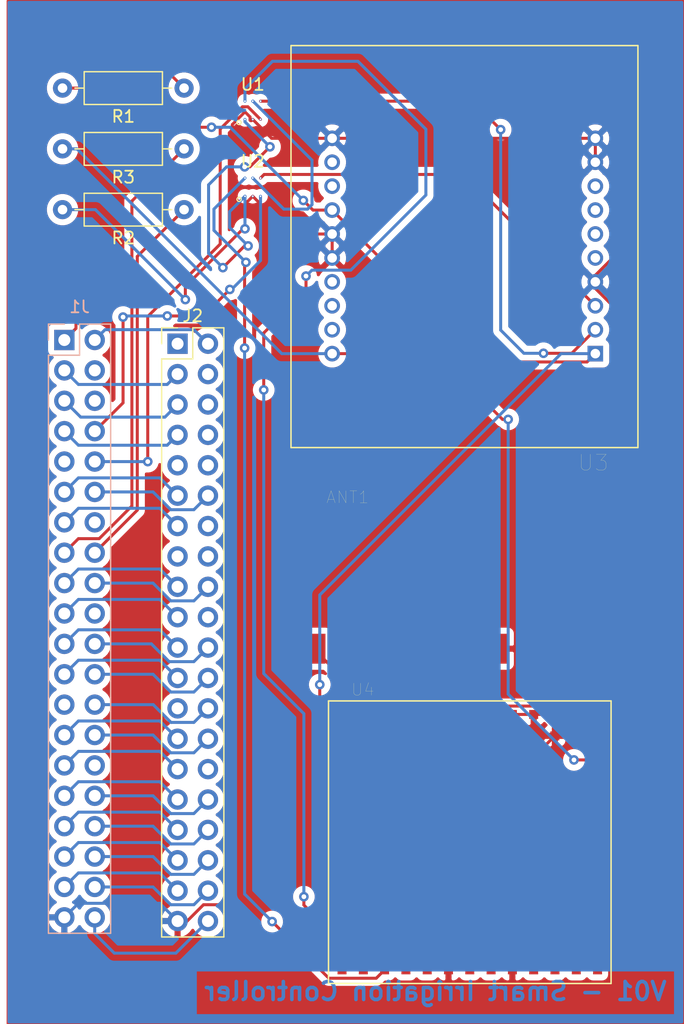
<source format=kicad_pcb>
(kicad_pcb (version 20171130) (host pcbnew "(5.1.6)-1")
  (title_block (title "Smart Irrigatrion Controller - Module Pad") (date 2020-07-29) (rev v01) (comment 4 "Author : Hadi Sandid"))
  (layers (0 F.Cu signal) (31 B.Cu signal) (34 B.Paste user) (35 F.Paste user) (36 B.SilkS user) (37 F.SilkS user) (38 B.Mask user) (39 F.Mask user) (44 Edge.Cuts user))
  (net 0 "")
  (net 1 GND)
  (net 2 "Net-(ANT1-PadMICROSTRIP)")
  (net 3 "Net-(J1-Pad1)")
  (net 4 "Net-(J1-Pad8)")
  (net 5 "Net-(J1-Pad10)")
  (net 6 "Net-(J1-Pad15)")
  (net 7 "Net-(J1-Pad16)")
  (net 8 "Net-(R1-Pad2)")
  (net 9 "Net-(R2-Pad2)")
  (net 10 "Net-(R3-Pad2)")
  (net 11 "Net-(U1-Pad4)")
  (net 12 VCC)
  (net 13 "Net-(U1-Pad6)")
  (net 14 "Net-(U2-Pad6)")
  (net 15 "Net-(U2-Pad4)")
  (net 16 /GPIO_0)
  (net 17 /GPIO_1)
  (net 18 /GPIO_2)
  (net 19 /GPIO_3)
  (net 20 /GPIO_4)
  (net 21 /GPIO_5)
  (net 22 /GPIO_6)
  (net 23 /GPIO_7)
  (net 24 /GPIO_8)
  (net 25 /GPIO_9)
  (net 26 /GPIO_10)
  (net 27 /GPIO_11)
  (net 28 /GPIO_12)
  (net 29 /GPIO_13)
  (net 30 /GPIO_16)
  (net 31 /GPIO_17)
  (net 32 /GPIO_18)
  (net 33 /GPIO_19)
  (net 34 /GPIO_20)
  (net 35 /GPIO_21)
  (net 36 /GPIO_24)
  (net 37 /GPIO_25)
  (net 38 /GPIO_26)
  (net 39 /GPIO_27)
  (net 40 /3v3)
  (net 41 /5V)
  (net 42 /GND_1)
  (module Connector_PinSocket_2.54mm:PinSocket_2x20_P2.54mm_Vertical (layer B.Cu) (at 106.3498 62.1792 180)
    (fp_text reference J1 (at -1.27 2.77) (layer B.SilkS) (effects (justify mirror)))
    (fp_text value Raspberry_Pi_2_3)
    (pad 40 thru_hole oval (at -2.54 -48.26 180) (size 1.7 1.7) (drill 1) (layers *.Cu *.Mask) (net 35 /GPIO_21))
    (pad 39 thru_hole oval (at 0 -48.26 180) (size 1.7 1.7) (drill 1) (layers *.Cu *.Mask) (net 1 GND))
    (pad 38 thru_hole oval (at -2.54 -45.72 180) (size 1.7 1.7) (drill 1) (layers *.Cu *.Mask) (net 34 /GPIO_20))
    (pad 37 thru_hole oval (at 0 -45.72 180) (size 1.7 1.7) (drill 1) (layers *.Cu *.Mask) (net 38 /GPIO_26))
    (pad 36 thru_hole oval (at -2.54 -43.18 180) (size 1.7 1.7) (drill 1) (layers *.Cu *.Mask) (net 30 /GPIO_16))
    (pad 35 thru_hole oval (at 0 -43.18 180) (size 1.7 1.7) (drill 1) (layers *.Cu *.Mask) (net 33 /GPIO_19))
    (pad 34 thru_hole oval (at -2.54 -40.64 180) (size 1.7 1.7) (drill 1) (layers *.Cu *.Mask) (net 42 /GND_1))
    (pad 33 thru_hole oval (at 0 -40.64 180) (size 1.7 1.7) (drill 1) (layers *.Cu *.Mask) (net 29 /GPIO_13))
    (pad 32 thru_hole oval (at -2.54 -38.1 180) (size 1.7 1.7) (drill 1) (layers *.Cu *.Mask) (net 28 /GPIO_12))
    (pad 31 thru_hole oval (at 0 -38.1 180) (size 1.7 1.7) (drill 1) (layers *.Cu *.Mask) (net 22 /GPIO_6))
    (pad 30 thru_hole oval (at -2.54 -35.56 180) (size 1.7 1.7) (drill 1) (layers *.Cu *.Mask))
    (pad 29 thru_hole oval (at 0 -35.56 180) (size 1.7 1.7) (drill 1) (layers *.Cu *.Mask) (net 21 /GPIO_5))
    (pad 28 thru_hole oval (at -2.54 -33.02 180) (size 1.7 1.7) (drill 1) (layers *.Cu *.Mask) (net 17 /GPIO_1))
    (pad 27 thru_hole oval (at 0 -33.02 180) (size 1.7 1.7) (drill 1) (layers *.Cu *.Mask) (net 16 /GPIO_0))
    (pad 26 thru_hole oval (at -2.54 -30.48 180) (size 1.7 1.7) (drill 1) (layers *.Cu *.Mask) (net 23 /GPIO_7))
    (pad 25 thru_hole oval (at 0 -30.48 180) (size 1.7 1.7) (drill 1) (layers *.Cu *.Mask))
    (pad 24 thru_hole oval (at -2.54 -27.94 180) (size 1.7 1.7) (drill 1) (layers *.Cu *.Mask) (net 24 /GPIO_8))
    (pad 23 thru_hole oval (at 0 -27.94 180) (size 1.7 1.7) (drill 1) (layers *.Cu *.Mask) (net 27 /GPIO_11))
    (pad 22 thru_hole oval (at -2.54 -25.4 180) (size 1.7 1.7) (drill 1) (layers *.Cu *.Mask) (net 37 /GPIO_25))
    (pad 21 thru_hole oval (at 0 -25.4 180) (size 1.7 1.7) (drill 1) (layers *.Cu *.Mask) (net 25 /GPIO_9))
    (pad 20 thru_hole oval (at -2.54 -22.86 180) (size 1.7 1.7) (drill 1) (layers *.Cu *.Mask))
    (pad 19 thru_hole oval (at 0 -22.86 180) (size 1.7 1.7) (drill 1) (layers *.Cu *.Mask) (net 26 /GPIO_10))
    (pad 18 thru_hole oval (at -2.54 -20.32 180) (size 1.7 1.7) (drill 1) (layers *.Cu *.Mask) (net 36 /GPIO_24))
    (pad 17 thru_hole oval (at 0 -20.32 180) (size 1.7 1.7) (drill 1) (layers *.Cu *.Mask) (net 40 /3v3))
    (pad 16 thru_hole oval (at -2.54 -17.78 180) (size 1.7 1.7) (drill 1) (layers *.Cu *.Mask) (net 7 "Net-(J1-Pad16)"))
    (pad 15 thru_hole oval (at 0 -17.78 180) (size 1.7 1.7) (drill 1) (layers *.Cu *.Mask) (net 6 "Net-(J1-Pad15)"))
    (pad 14 thru_hole oval (at -2.54 -15.24 180) (size 1.7 1.7) (drill 1) (layers *.Cu *.Mask))
    (pad 13 thru_hole oval (at 0 -15.24 180) (size 1.7 1.7) (drill 1) (layers *.Cu *.Mask) (net 39 /GPIO_27))
    (pad 12 thru_hole oval (at -2.54 -12.7 180) (size 1.7 1.7) (drill 1) (layers *.Cu *.Mask) (net 32 /GPIO_18))
    (pad 11 thru_hole oval (at 0 -12.7 180) (size 1.7 1.7) (drill 1) (layers *.Cu *.Mask) (net 31 /GPIO_17))
    (pad 10 thru_hole oval (at -2.54 -10.16 180) (size 1.7 1.7) (drill 1) (layers *.Cu *.Mask) (net 5 "Net-(J1-Pad10)"))
    (pad 9 thru_hole oval (at 0 -10.16 180) (size 1.7 1.7) (drill 1) (layers *.Cu *.Mask))
    (pad 8 thru_hole oval (at -2.54 -7.62 180) (size 1.7 1.7) (drill 1) (layers *.Cu *.Mask) (net 4 "Net-(J1-Pad8)"))
    (pad 7 thru_hole oval (at 0 -7.62 180) (size 1.7 1.7) (drill 1) (layers *.Cu *.Mask) (net 20 /GPIO_4))
    (pad 6 thru_hole oval (at -2.54 -5.08 180) (size 1.7 1.7) (drill 1) (layers *.Cu *.Mask))
    (pad 5 thru_hole oval (at 0 -5.08 180) (size 1.7 1.7) (drill 1) (layers *.Cu *.Mask) (net 19 /GPIO_3))
    (pad 4 thru_hole oval (at -2.54 -2.54 180) (size 1.7 1.7) (drill 1) (layers *.Cu *.Mask))
    (pad 3 thru_hole oval (at 0 -2.54 180) (size 1.7 1.7) (drill 1) (layers *.Cu *.Mask) (net 18 /GPIO_2))
    (pad 2 thru_hole oval (at -2.54 0 180) (size 1.7 1.7) (drill 1) (layers *.Cu *.Mask) (net 41 /5V))
    (pad 1 thru_hole rect (at 0 0 180) (size 1.7 1.7) (drill 1) (layers *.Cu *.Mask) (net 3 "Net-(J1-Pad1)"))
  )
  (module SmartIrrigationController:ANT_868MHZ_SPLATCH (layer F.Cu) (at 139.87526 87.98306)
    (fp_text reference ANT1 (at -9.84405 -12.65943) (layer F.SilkS) (effects (font (size 1.001937 1.001937) (thickness 0.015))))
    (fp_text value ANT-868-SP)
    (pad GND5 smd rect (at 12.7 0) (size 2 2.5) (layers F.Cu F.Paste F.Mask) (net 1 GND))
    (pad GND4 smd rect (at 7.62 0) (size 2 2.5) (layers F.Cu F.Paste F.Mask) (net 1 GND))
    (pad GND3 smd rect (at 2.54 0) (size 2 2.5) (layers F.Cu F.Paste F.Mask) (net 1 GND))
    (pad GND2 smd rect (at -2.54 0) (size 2 2.5) (layers F.Cu F.Paste F.Mask) (net 1 GND))
    (pad GND1 smd rect (at -7.62 0) (size 2 2.5) (layers F.Cu F.Paste F.Mask) (net 1 GND))
    (pad MICROSTRIP smd rect (at -12.7 0) (size 2 2.5) (layers F.Cu F.Paste F.Mask) (net 2 "Net-(ANT1-PadMICROSTRIP)"))
  )
  (module Resistor_THT:R_Axial_DIN0207_L6.3mm_D2.5mm_P10.16mm_Horizontal (layer F.Cu) (at 116.3574 41.1226 180)
    (fp_text reference R1 (at 5.08 -2.37) (layer F.SilkS))
    (fp_text value R)
    (pad 1 thru_hole circle (at 0 0 180) (size 1.6 1.6) (drill 0.8) (layers *.Cu *.Mask) (net 3 "Net-(J1-Pad1)"))
    (pad 2 thru_hole oval (at 10.16 0 180) (size 1.6 1.6) (drill 0.8) (layers *.Cu *.Mask) (net 8 "Net-(R1-Pad2)"))
  )
  (module Resistor_THT:R_Axial_DIN0207_L6.3mm_D2.5mm_P10.16mm_Horizontal (layer F.Cu) (at 116.3574 51.2826 180)
    (fp_text reference R2 (at 5.08 -2.37) (layer F.SilkS))
    (fp_text value R)
    (pad 2 thru_hole oval (at 10.16 0 180) (size 1.6 1.6) (drill 0.8) (layers *.Cu *.Mask) (net 9 "Net-(R2-Pad2)"))
    (pad 1 thru_hole circle (at 0 0 180) (size 1.6 1.6) (drill 0.8) (layers *.Cu *.Mask) (net 7 "Net-(J1-Pad16)"))
  )
  (module Resistor_THT:R_Axial_DIN0207_L6.3mm_D2.5mm_P10.16mm_Horizontal (layer F.Cu) (at 116.3574 46.2026 180)
    (fp_text reference R3 (at 5.08 -2.37) (layer F.SilkS))
    (fp_text value R)
    (pad 1 thru_hole circle (at 0 0 180) (size 1.6 1.6) (drill 0.8) (layers *.Cu *.Mask) (net 6 "Net-(J1-Pad15)"))
    (pad 2 thru_hole oval (at 10.16 0 180) (size 1.6 1.6) (drill 0.8) (layers *.Cu *.Mask) (net 10 "Net-(R3-Pad2)"))
  )
  (module 74LVC1G18:74LVC1G18 (layer F.Cu) (at 122.0978 42.9768)
    (fp_text reference U1 (at 0 -2.159) (layer F.SilkS))
    (fp_text value 74LVC1G18)
    (pad 1 thru_hole circle (at -0.65 0.762) (size 0.2 0.2) (drill 0.13) (layers *.Cu *.Mask) (net 9 "Net-(R2-Pad2)"))
    (pad 4 thru_hole circle (at 0.65 -0.762) (size 0.2 0.2) (drill 0.13) (layers *.Cu *.Mask) (net 11 "Net-(U1-Pad4)"))
    (pad 3 thru_hole circle (at 0.65 0.762) (size 0.2 0.2) (drill 0.13) (layers *.Cu *.Mask) (net 5 "Net-(J1-Pad10)"))
    (pad 2 thru_hole circle (at 0 0.762) (size 0.2 0.2) (drill 0.13) (layers *.Cu *.Mask) (net 1 GND))
    (pad 5 thru_hole circle (at 0 -0.762) (size 0.2 0.2) (drill 0.13) (layers *.Cu *.Mask) (net 12 VCC))
    (pad 6 thru_hole circle (at -0.65 -0.762) (size 0.2 0.2) (drill 0.13) (layers *.Cu *.Mask) (net 13 "Net-(U1-Pad6)"))
  )
  (module 74LVC1G18:74LVC1G18 (layer F.Cu) (at 122.0978 49.403)
    (fp_text reference U2 (at 0 -2.159) (layer F.SilkS))
    (fp_text value 74LVC1G18)
    (pad 6 thru_hole circle (at -0.65 -0.762) (size 0.2 0.2) (drill 0.13) (layers *.Cu *.Mask) (net 14 "Net-(U2-Pad6)"))
    (pad 5 thru_hole circle (at 0 -0.762) (size 0.2 0.2) (drill 0.13) (layers *.Cu *.Mask) (net 12 VCC))
    (pad 2 thru_hole circle (at 0 0.762) (size 0.2 0.2) (drill 0.13) (layers *.Cu *.Mask) (net 1 GND))
    (pad 3 thru_hole circle (at 0.65 0.762) (size 0.2 0.2) (drill 0.13) (layers *.Cu *.Mask) (net 4 "Net-(J1-Pad8)"))
    (pad 4 thru_hole circle (at 0.65 -0.762) (size 0.2 0.2) (drill 0.13) (layers *.Cu *.Mask) (net 15 "Net-(U2-Pad4)"))
    (pad 1 thru_hole circle (at -0.65 0.762) (size 0.2 0.2) (drill 0.13) (layers *.Cu *.Mask) (net 9 "Net-(R2-Pad2)"))
  )
  (module SmartIrrigationController:NIMBELINK_NL-SW-LTE-GELS3-C (layer F.Cu) (at 139.73556 54.3687 180)
    (fp_text reference U3 (at -10.82795 -18.06987) (layer F.SilkS) (effects (font (size 1.322315 1.322315) (thickness 0.015))))
    (fp_text value NL-SW-GPRS)
    (pad 20 thru_hole circle (at 11 -8.95 180) (size 1.308 1.308) (drill 0.8) (layers *.Cu *.Mask) (net 10 "Net-(R3-Pad2)"))
    (pad 19 thru_hole circle (at 11 -6.95 180) (size 1.308 1.308) (drill 0.8) (layers *.Cu *.Mask))
    (pad 18 thru_hole circle (at 11 -4.95 180) (size 1.308 1.308) (drill 0.8) (layers *.Cu *.Mask))
    (pad 17 thru_hole circle (at 11 -2.95 180) (size 1.308 1.308) (drill 0.8) (layers *.Cu *.Mask))
    (pad 16 thru_hole circle (at 11 -0.95 180) (size 1.308 1.308) (drill 0.8) (layers *.Cu *.Mask) (net 1 GND))
    (pad 15 thru_hole circle (at 11 1.05 180) (size 1.308 1.308) (drill 0.8) (layers *.Cu *.Mask) (net 1 GND))
    (pad 14 thru_hole circle (at 11 3.05 180) (size 1.308 1.308) (drill 0.8) (layers *.Cu *.Mask) (net 8 "Net-(R1-Pad2)"))
    (pad 13 thru_hole circle (at 11 5.05 180) (size 1.308 1.308) (drill 0.8) (layers *.Cu *.Mask))
    (pad 12 thru_hole circle (at 11 7.05 180) (size 1.308 1.308) (drill 0.8) (layers *.Cu *.Mask))
    (pad 11 thru_hole circle (at 11 9.05 180) (size 1.308 1.308) (drill 0.8) (layers *.Cu *.Mask) (net 1 GND))
    (pad 10 thru_hole circle (at -11 9.05 180) (size 1.308 1.308) (drill 0.8) (layers *.Cu *.Mask) (net 1 GND))
    (pad 9 thru_hole circle (at -11 7.05 180) (size 1.308 1.308) (drill 0.8) (layers *.Cu *.Mask) (net 1 GND))
    (pad 8 thru_hole circle (at -11 5.05 180) (size 1.308 1.308) (drill 0.8) (layers *.Cu *.Mask))
    (pad 7 thru_hole circle (at -11 3.05 180) (size 1.308 1.308) (drill 0.8) (layers *.Cu *.Mask))
    (pad 6 thru_hole circle (at -11 1.05 180) (size 1.308 1.308) (drill 0.8) (layers *.Cu *.Mask))
    (pad 5 thru_hole circle (at -11 -0.95 180) (size 1.308 1.308) (drill 0.8) (layers *.Cu *.Mask))
    (pad 4 thru_hole circle (at -11 -2.95 180) (size 1.308 1.308) (drill 0.8) (layers *.Cu *.Mask) (net 1 GND))
    (pad 3 thru_hole circle (at -11 -4.95 180) (size 1.308 1.308) (drill 0.8) (layers *.Cu *.Mask) (net 15 "Net-(U2-Pad4)"))
    (pad 2 thru_hole circle (at -11 -6.95 180) (size 1.308 1.308) (drill 0.8) (layers *.Cu *.Mask) (net 11 "Net-(U1-Pad4)"))
    (pad 1 thru_hole rect (at -11 -8.95 180) (size 1.308 1.308) (drill 0.8) (layers *.Cu *.Mask) (net 8 "Net-(R1-Pad2)"))
  )
  (module SmartIrrigationController:XCVR_MTXDOT-EU1-A00-1 (layer F.Cu) (at 140.24102 104.15778)
    (fp_text reference U4 (at -8.9391 -12.7551) (layer F.SilkS) (effects (font (size 1.001575 1.001575) (thickness 0.015))))
    (fp_text value MTXDOT-EU1-A00-1)
    (pad 1 smd rect (at -10.68 -9.79) (size 0.99 2.51) (layers F.Cu F.Paste F.Mask) (net 1 GND))
    (pad 11 smd rect (at -10.67 8.9) (size 0.75 0.75) (layers F.Cu F.Paste F.Mask))
    (pad 10 smd rect (at -10.67 7.12) (size 0.75 0.75) (layers F.Cu F.Paste F.Mask))
    (pad 9 smd rect (at -10.67 5.34) (size 0.75 0.75) (layers F.Cu F.Paste F.Mask))
    (pad 8 smd rect (at -10.67 3.56) (size 0.75 0.75) (layers F.Cu F.Paste F.Mask))
    (pad 7 smd rect (at -10.67 1.78) (size 0.75 0.75) (layers F.Cu F.Paste F.Mask))
    (pad 5 smd rect (at -10.68 -1.78) (size 0.75 0.75) (layers F.Cu F.Paste F.Mask) (net 1 GND))
    (pad 4 smd rect (at -10.68 -3.56) (size 0.75 0.75) (layers F.Cu F.Paste F.Mask) (net 8 "Net-(R1-Pad2)"))
    (pad 3 smd rect (at -10.68 -5.34) (size 0.75 0.75) (layers F.Cu F.Paste F.Mask) (net 8 "Net-(R1-Pad2)"))
    (pad 2 smd rect (at -10.68 -7.12) (size 0.75 0.75) (layers F.Cu F.Paste F.Mask))
    (pad 47 smd rect (at -8.9 -10.67) (size 0.75 0.75) (layers F.Cu F.Paste F.Mask))
    (pad 46 smd rect (at -7.12 -10.67) (size 0.75 0.75) (layers F.Cu F.Paste F.Mask) (net 1 GND))
    (pad 45 smd rect (at -5.34 -10.67) (size 0.75 0.75) (layers F.Cu F.Paste F.Mask) (net 1 GND))
    (pad 44 smd rect (at -3.56 -10.67) (size 0.75 0.75) (layers F.Cu F.Paste F.Mask) (net 1 GND))
    (pad 43 smd rect (at -1.78 -10.67) (size 0.75 0.75) (layers F.Cu F.Paste F.Mask) (net 1 GND))
    (pad 41 smd rect (at 1.78 -10.68) (size 0.75 0.75) (layers F.Cu F.Paste F.Mask) (net 1 GND))
    (pad 40 smd rect (at 3.56 -10.68) (size 0.75 0.75) (layers F.Cu F.Paste F.Mask) (net 1 GND))
    (pad 39 smd rect (at 5.34 -10.68) (size 0.75 0.75) (layers F.Cu F.Paste F.Mask) (net 1 GND))
    (pad 38 smd rect (at 7.12 -10.68) (size 0.75 0.75) (layers F.Cu F.Paste F.Mask) (net 1 GND))
    (pad 37 smd rect (at 8.9 -10.68) (size 0.75 0.75) (layers F.Cu F.Paste F.Mask) (net 2 "Net-(ANT1-PadMICROSTRIP)"))
    (pad 36 smd rect (at 10.67 -10.68) (size 0.75 0.75) (layers F.Cu F.Paste F.Mask) (net 1 GND))
    (pad 35 smd rect (at 10.67 -8.9) (size 0.75 0.75) (layers F.Cu F.Paste F.Mask) (net 1 GND))
    (pad 34 smd rect (at 10.67 -7.12) (size 0.75 0.75) (layers F.Cu F.Paste F.Mask) (net 10 "Net-(R3-Pad2)"))
    (pad 33 smd rect (at 10.67 -5.34) (size 0.75 0.75) (layers F.Cu F.Paste F.Mask))
    (pad 32 smd rect (at 10.67 -3.56) (size 0.75 0.75) (layers F.Cu F.Paste F.Mask) (net 1 GND))
    (pad 31 smd rect (at 10.67 -1.78) (size 0.75 0.75) (layers F.Cu F.Paste F.Mask))
    (pad 29 smd rect (at 10.68 1.78) (size 0.75 0.75) (layers F.Cu F.Paste F.Mask))
    (pad 28 smd rect (at 10.68 3.56) (size 0.75 0.75) (layers F.Cu F.Paste F.Mask))
    (pad 27 smd rect (at 10.68 5.33) (size 0.75 0.75) (layers F.Cu F.Paste F.Mask))
    (pad 26 smd rect (at 10.68 7.12) (size 0.75 0.75) (layers F.Cu F.Paste F.Mask))
    (pad 25 smd rect (at 10.68 8.9) (size 0.75 0.75) (layers F.Cu F.Paste F.Mask))
    (pad 24 smd rect (at 10.68 10.67) (size 0.75 0.75) (layers F.Cu F.Paste F.Mask))
    (pad 23 smd rect (at 8.9 10.67) (size 0.75 0.75) (layers F.Cu F.Paste F.Mask))
    (pad 22 smd rect (at 7.12 10.67) (size 0.75 0.75) (layers F.Cu F.Paste F.Mask))
    (pad 21 smd rect (at 5.34 10.67) (size 0.75 0.75) (layers F.Cu F.Paste F.Mask))
    (pad 20 smd rect (at 3.56 10.67) (size 0.75 0.75) (layers F.Cu F.Paste F.Mask) (net 1 GND))
    (pad 19 smd rect (at 1.78 10.67) (size 0.75 0.75) (layers F.Cu F.Paste F.Mask))
    (pad 12 smd rect (at -10.68 10.67) (size 0.75 0.75) (layers F.Cu F.Paste F.Mask))
    (pad 13 smd rect (at -8.9 10.67) (size 0.75 0.75) (layers F.Cu F.Paste F.Mask) (net 13 "Net-(U1-Pad6)"))
    (pad 14 smd rect (at -7.12 10.67) (size 0.75 0.75) (layers F.Cu F.Paste F.Mask) (net 14 "Net-(U2-Pad6)"))
    (pad 15 smd rect (at -5.34 10.67) (size 0.75 0.75) (layers F.Cu F.Paste F.Mask))
    (pad 16 smd rect (at -3.56 10.67) (size 0.75 0.75) (layers F.Cu F.Paste F.Mask))
    (pad 17 smd rect (at -1.78 10.67) (size 0.75 0.75) (layers F.Cu F.Paste F.Mask) (net 1 GND))
    (pad 18 smd rect (at 0 10.67) (size 0.75 0.75) (layers F.Cu F.Paste F.Mask))
    (pad 30 smd rect (at 10.67 0) (size 0.75 0.75) (layers F.Cu F.Paste F.Mask))
    (pad 6 smd rect (at -10.67 0) (size 0.75 0.75) (layers F.Cu F.Paste F.Mask))
    (pad 42 smd rect (at 0 -10.67) (size 0.75 0.75) (layers F.Cu F.Paste F.Mask) (net 1 GND))
    (pad 48 smd rect (at 7.11 -8.89) (size 0.75 0.75) (layers F.Cu F.Paste F.Mask) (net 1 GND))
    (pad 49 smd rect (at -7.11 -8.89) (size 0.75 0.75) (layers F.Cu F.Paste F.Mask) (net 1 GND))
    (pad 52 smd rect (at 5.33 -5.33) (size 0.75 0.75) (layers F.Cu F.Paste F.Mask) (net 1 GND))
    (pad 55 smd rect (at 5.33 0) (size 0.75 0.75) (layers F.Cu F.Paste F.Mask) (net 1 GND))
    (pad 58 smd rect (at 5.33 5.33) (size 0.75 0.75) (layers F.Cu F.Paste F.Mask) (net 1 GND))
    (pad 57 smd rect (at 0 5.33) (size 0.75 0.75) (layers F.Cu F.Paste F.Mask) (net 1 GND))
    (pad 56 smd rect (at -5.33 5.33) (size 0.75 0.75) (layers F.Cu F.Paste F.Mask) (net 1 GND))
    (pad 53 smd rect (at -5.33 0) (size 0.75 0.75) (layers F.Cu F.Paste F.Mask) (net 1 GND))
    (pad 50 smd rect (at -5.33 -5.33) (size 0.75 0.75) (layers F.Cu F.Paste F.Mask) (net 1 GND))
    (pad 51 smd rect (at 0 -5.33) (size 0.75 0.75) (layers F.Cu F.Paste F.Mask) (net 1 GND))
    (pad 54 smd rect (at 0 0) (size 0.75 0.75) (layers F.Cu F.Paste F.Mask) (net 1 GND))
  )
  (module Connector_PinHeader_2.54mm:PinHeader_2x20_P2.54mm_Vertical (layer F.Cu) (at 115.81384 62.48908)
    (fp_text reference J2 (at 1.27 -2.33) (layer F.SilkS))
    (fp_text value Conn_02x20_Odd_Even)
    (pad 1 thru_hole rect (at 0 0) (size 1.7 1.7) (drill 1) (layers *.Cu *.Mask))
    (pad 2 thru_hole oval (at 2.54 0) (size 1.7 1.7) (drill 1) (layers *.Cu *.Mask) (net 41 /5V))
    (pad 3 thru_hole oval (at 0 2.54) (size 1.7 1.7) (drill 1) (layers *.Cu *.Mask) (net 18 /GPIO_2))
    (pad 4 thru_hole oval (at 2.54 2.54) (size 1.7 1.7) (drill 1) (layers *.Cu *.Mask))
    (pad 5 thru_hole oval (at 0 5.08) (size 1.7 1.7) (drill 1) (layers *.Cu *.Mask) (net 19 /GPIO_3))
    (pad 6 thru_hole oval (at 2.54 5.08) (size 1.7 1.7) (drill 1) (layers *.Cu *.Mask))
    (pad 7 thru_hole oval (at 0 7.62) (size 1.7 1.7) (drill 1) (layers *.Cu *.Mask) (net 20 /GPIO_4))
    (pad 8 thru_hole oval (at 2.54 7.62) (size 1.7 1.7) (drill 1) (layers *.Cu *.Mask))
    (pad 9 thru_hole oval (at 0 10.16) (size 1.7 1.7) (drill 1) (layers *.Cu *.Mask))
    (pad 10 thru_hole oval (at 2.54 10.16) (size 1.7 1.7) (drill 1) (layers *.Cu *.Mask))
    (pad 11 thru_hole oval (at 0 12.7) (size 1.7 1.7) (drill 1) (layers *.Cu *.Mask) (net 31 /GPIO_17))
    (pad 12 thru_hole oval (at 2.54 12.7) (size 1.7 1.7) (drill 1) (layers *.Cu *.Mask) (net 32 /GPIO_18))
    (pad 13 thru_hole oval (at 0 15.24) (size 1.7 1.7) (drill 1) (layers *.Cu *.Mask) (net 39 /GPIO_27))
    (pad 14 thru_hole oval (at 2.54 15.24) (size 1.7 1.7) (drill 1) (layers *.Cu *.Mask))
    (pad 15 thru_hole oval (at 0 17.78) (size 1.7 1.7) (drill 1) (layers *.Cu *.Mask))
    (pad 16 thru_hole oval (at 2.54 17.78) (size 1.7 1.7) (drill 1) (layers *.Cu *.Mask))
    (pad 17 thru_hole oval (at 0 20.32) (size 1.7 1.7) (drill 1) (layers *.Cu *.Mask) (net 40 /3v3))
    (pad 18 thru_hole oval (at 2.54 20.32) (size 1.7 1.7) (drill 1) (layers *.Cu *.Mask) (net 36 /GPIO_24))
    (pad 19 thru_hole oval (at 0 22.86) (size 1.7 1.7) (drill 1) (layers *.Cu *.Mask) (net 26 /GPIO_10))
    (pad 20 thru_hole oval (at 2.54 22.86) (size 1.7 1.7) (drill 1) (layers *.Cu *.Mask))
    (pad 21 thru_hole oval (at 0 25.4) (size 1.7 1.7) (drill 1) (layers *.Cu *.Mask) (net 25 /GPIO_9))
    (pad 22 thru_hole oval (at 2.54 25.4) (size 1.7 1.7) (drill 1) (layers *.Cu *.Mask) (net 37 /GPIO_25))
    (pad 23 thru_hole oval (at 0 27.94) (size 1.7 1.7) (drill 1) (layers *.Cu *.Mask) (net 27 /GPIO_11))
    (pad 24 thru_hole oval (at 2.54 27.94) (size 1.7 1.7) (drill 1) (layers *.Cu *.Mask) (net 24 /GPIO_8))
    (pad 25 thru_hole oval (at 0 30.48) (size 1.7 1.7) (drill 1) (layers *.Cu *.Mask))
    (pad 26 thru_hole oval (at 2.54 30.48) (size 1.7 1.7) (drill 1) (layers *.Cu *.Mask) (net 23 /GPIO_7))
    (pad 27 thru_hole oval (at 0 33.02) (size 1.7 1.7) (drill 1) (layers *.Cu *.Mask) (net 16 /GPIO_0))
    (pad 28 thru_hole oval (at 2.54 33.02) (size 1.7 1.7) (drill 1) (layers *.Cu *.Mask) (net 17 /GPIO_1))
    (pad 29 thru_hole oval (at 0 35.56) (size 1.7 1.7) (drill 1) (layers *.Cu *.Mask) (net 21 /GPIO_5))
    (pad 30 thru_hole oval (at 2.54 35.56) (size 1.7 1.7) (drill 1) (layers *.Cu *.Mask))
    (pad 31 thru_hole oval (at 0 38.1) (size 1.7 1.7) (drill 1) (layers *.Cu *.Mask) (net 22 /GPIO_6))
    (pad 32 thru_hole oval (at 2.54 38.1) (size 1.7 1.7) (drill 1) (layers *.Cu *.Mask) (net 28 /GPIO_12))
    (pad 33 thru_hole oval (at 0 40.64) (size 1.7 1.7) (drill 1) (layers *.Cu *.Mask) (net 29 /GPIO_13))
    (pad 34 thru_hole oval (at 2.54 40.64) (size 1.7 1.7) (drill 1) (layers *.Cu *.Mask) (net 42 /GND_1))
    (pad 35 thru_hole oval (at 0 43.18) (size 1.7 1.7) (drill 1) (layers *.Cu *.Mask) (net 33 /GPIO_19))
    (pad 36 thru_hole oval (at 2.54 43.18) (size 1.7 1.7) (drill 1) (layers *.Cu *.Mask) (net 30 /GPIO_16))
    (pad 37 thru_hole oval (at 0 45.72) (size 1.7 1.7) (drill 1) (layers *.Cu *.Mask) (net 38 /GPIO_26))
    (pad 38 thru_hole oval (at 2.54 45.72) (size 1.7 1.7) (drill 1) (layers *.Cu *.Mask) (net 34 /GPIO_20))
    (pad 39 thru_hole oval (at 0 48.26) (size 1.7 1.7) (drill 1) (layers *.Cu *.Mask) (net 1 GND))
    (pad 40 thru_hole oval (at 2.54 48.26) (size 1.7 1.7) (drill 1) (layers *.Cu *.Mask) (net 35 /GPIO_21))
  )
  (gr_line (start 158.0896 119.3038) (end 158.0896 33.8328) (layer F.Cu) (width 0.15))
  (gr_line (start 101.6 33.8328) (end 158.0896 33.8328) (layer F.Cu) (width 0.15))
  (gr_line (start 101.6 119.3038) (end 101.6 33.8328) (layer F.Cu) (width 0.15))
  (gr_line (start 101.6 119.3038) (end 158.0896 119.3038) (layer F.Cu) (width 0.15))
  (gr_text "V01 - Smart Irrigation Controller" (at 137.36828 116.6241) (layer B.Cu) (effects (font (size 1.5 1.5) (thickness 0.3)) (justify mirror)))
  (segment (start 114.328959 109.264199) (end 115.81384 110.74908) (width 0.25) (layer B.Cu) (net 1))
  (segment (start 107.524801 109.264199) (end 114.328959 109.264199) (width 0.25) (layer B.Cu) (net 1))
  (segment (start 106.3498 110.4392) (end 107.524801 109.264199) (width 0.25) (layer B.Cu) (net 1))
  (segment (start 122.554719 109.384081) (end 129.56102 102.37778) (width 0.25) (layer F.Cu) (net 1))
  (segment (start 117.979837 109.384081) (end 122.554719 109.384081) (width 0.25) (layer F.Cu) (net 1))
  (segment (start 116.614838 110.74908) (end 117.979837 109.384081) (width 0.25) (layer F.Cu) (net 1))
  (segment (start 115.81384 110.74908) (end 116.614838 110.74908) (width 0.25) (layer F.Cu) (net 1))
  (segment (start 134.91102 109.48778) (end 134.91102 104.15778) (width 0.25) (layer F.Cu) (net 1))
  (segment (start 131.34102 104.15778) (end 129.56102 102.37778) (width 0.25) (layer F.Cu) (net 1))
  (segment (start 134.91102 104.15778) (end 131.34102 104.15778) (width 0.25) (layer F.Cu) (net 1))
  (segment (start 140.24102 109.48778) (end 140.24102 104.15778) (width 0.25) (layer F.Cu) (net 1))
  (segment (start 140.24102 104.15778) (end 140.24102 98.82778) (width 0.25) (layer F.Cu) (net 1))
  (segment (start 140.24102 98.82778) (end 134.91102 98.82778) (width 0.25) (layer F.Cu) (net 1))
  (segment (start 140.24102 104.15778) (end 145.57102 104.15778) (width 0.25) (layer F.Cu) (net 1))
  (segment (start 145.57102 104.15778) (end 145.57102 109.48778) (width 0.25) (layer F.Cu) (net 1))
  (segment (start 145.57102 113.05778) (end 143.80102 114.82778) (width 0.25) (layer F.Cu) (net 1))
  (segment (start 145.57102 109.48778) (end 145.57102 113.05778) (width 0.25) (layer F.Cu) (net 1))
  (segment (start 143.80102 114.82778) (end 141.86354 112.8903) (width 0.25) (layer F.Cu) (net 1))
  (segment (start 140.3985 112.8903) (end 138.46102 114.82778) (width 0.25) (layer F.Cu) (net 1))
  (segment (start 141.86354 112.8903) (end 140.3985 112.8903) (width 0.25) (layer F.Cu) (net 1))
  (segment (start 134.91102 104.15778) (end 134.91102 98.82778) (width 0.25) (layer F.Cu) (net 1))
  (segment (start 145.57102 97.04778) (end 147.35102 95.26778) (width 0.25) (layer F.Cu) (net 1))
  (segment (start 145.57102 98.82778) (end 145.57102 97.04778) (width 0.25) (layer F.Cu) (net 1))
  (segment (start 147.35102 93.48778) (end 147.36102 93.47778) (width 0.25) (layer F.Cu) (net 1))
  (segment (start 147.35102 95.26778) (end 147.35102 93.48778) (width 0.25) (layer F.Cu) (net 1))
  (segment (start 150.91102 100.59778) (end 149.51202 99.19878) (width 0.25) (layer F.Cu) (net 1))
  (segment (start 145.94202 99.19878) (end 145.57102 98.82778) (width 0.25) (layer F.Cu) (net 1))
  (segment (start 149.51202 99.19878) (end 145.94202 99.19878) (width 0.25) (layer F.Cu) (net 1))
  (segment (start 150.91102 95.25778) (end 150.91102 93.47778) (width 0.25) (layer F.Cu) (net 1))
  (segment (start 150.91102 89.6473) (end 152.57526 87.98306) (width 0.25) (layer F.Cu) (net 1))
  (segment (start 150.91102 93.47778) (end 150.91102 89.6473) (width 0.25) (layer F.Cu) (net 1))
  (segment (start 152.57526 87.98306) (end 147.49526 87.98306) (width 0.25) (layer F.Cu) (net 1))
  (segment (start 147.49526 87.98306) (end 142.41526 87.98306) (width 0.25) (layer F.Cu) (net 1))
  (segment (start 134.91102 97.04778) (end 133.13102 95.26778) (width 0.25) (layer F.Cu) (net 1))
  (segment (start 134.91102 98.82778) (end 134.91102 97.04778) (width 0.25) (layer F.Cu) (net 1))
  (segment (start 133.13102 93.49778) (end 133.12102 93.48778) (width 0.25) (layer F.Cu) (net 1))
  (segment (start 133.13102 95.26778) (end 133.13102 93.49778) (width 0.25) (layer F.Cu) (net 1))
  (segment (start 133.12102 93.48778) (end 134.90102 93.48778) (width 0.25) (layer F.Cu) (net 1))
  (segment (start 134.90102 93.48778) (end 136.68102 93.48778) (width 0.25) (layer F.Cu) (net 1))
  (segment (start 136.68102 93.48778) (end 138.46102 93.48778) (width 0.25) (layer F.Cu) (net 1))
  (segment (start 138.46102 93.48778) (end 140.24102 93.48778) (width 0.25) (layer F.Cu) (net 1))
  (segment (start 132.24102 94.36778) (end 129.56102 94.36778) (width 0.25) (layer F.Cu) (net 1))
  (segment (start 133.12102 93.48778) (end 132.24102 94.36778) (width 0.25) (layer F.Cu) (net 1))
  (segment (start 142.01102 93.48778) (end 142.02102 93.47778) (width 0.25) (layer F.Cu) (net 1))
  (segment (start 140.24102 93.48778) (end 142.01102 93.48778) (width 0.25) (layer F.Cu) (net 1))
  (segment (start 142.02102 93.47778) (end 143.80102 93.47778) (width 0.25) (layer F.Cu) (net 1))
  (segment (start 143.80102 93.47778) (end 145.58102 93.47778) (width 0.25) (layer F.Cu) (net 1))
  (segment (start 145.58102 93.47778) (end 147.36102 93.47778) (width 0.25) (layer F.Cu) (net 1))
  (segment (start 149.14102 95.25778) (end 150.91102 95.25778) (width 0.25) (layer F.Cu) (net 1))
  (segment (start 147.36102 93.47778) (end 149.14102 95.25778) (width 0.25) (layer F.Cu) (net 1))
  (segment (start 142.41526 87.98306) (end 137.33526 87.98306) (width 0.25) (layer F.Cu) (net 1))
  (segment (start 137.33526 87.98306) (end 132.25526 87.98306) (width 0.25) (layer F.Cu) (net 1))
  (segment (start 152.57526 87.98306) (end 154.4955 87.98306) (width 0.25) (layer F.Cu) (net 1))
  (segment (start 154.4955 87.98306) (end 156.06268 86.41588) (width 0.25) (layer F.Cu) (net 1))
  (segment (start 150.73556 57.869778) (end 150.73556 57.3187) (width 0.25) (layer F.Cu) (net 1))
  (segment (start 156.06268 63.196898) (end 150.73556 57.869778) (width 0.25) (layer F.Cu) (net 1))
  (segment (start 156.06268 86.41588) (end 156.06268 63.196898) (width 0.25) (layer F.Cu) (net 1))
  (segment (start 150.73556 56.767622) (end 154.82062 52.682562) (width 0.25) (layer F.Cu) (net 1))
  (segment (start 150.73556 57.3187) (end 150.73556 56.767622) (width 0.25) (layer F.Cu) (net 1))
  (segment (start 154.82062 51.40376) (end 150.73556 47.3187) (width 0.25) (layer F.Cu) (net 1))
  (segment (start 154.82062 52.682562) (end 154.82062 51.40376) (width 0.25) (layer F.Cu) (net 1))
  (segment (start 150.73556 47.3187) (end 150.73556 45.3187) (width 0.25) (layer F.Cu) (net 1))
  (segment (start 150.73556 45.3187) (end 128.73556 45.3187) (width 0.25) (layer F.Cu) (net 1))
  (segment (start 123.6777 45.3187) (end 122.0978 43.7388) (width 0.25) (layer F.Cu) (net 1))
  (segment (start 128.73556 45.3187) (end 123.6777 45.3187) (width 0.25) (layer F.Cu) (net 1))
  (segment (start 121.910779 43.838799) (end 121.872801 43.800821) (width 0.25) (layer F.Cu) (net 1))
  (segment (start 121.872801 43.800821) (end 121.872801 43.534799) (width 0.25) (layer F.Cu) (net 1))
  (segment (start 122.0978 43.7388) (end 121.997801 43.838799) (width 0.25) (layer F.Cu) (net 1))
  (segment (start 121.872801 43.534799) (end 121.474822 43.13682) (width 0.25) (layer F.Cu) (net 1))
  (segment (start 121.997801 43.838799) (end 121.910779 43.838799) (width 0.25) (layer F.Cu) (net 1))
  (segment (start 121.420778 43.13682) (end 120.38838 44.169218) (width 0.25) (layer F.Cu) (net 1))
  (segment (start 121.474822 43.13682) (end 121.420778 43.13682) (width 0.25) (layer F.Cu) (net 1))
  (segment (start 120.38838 44.169218) (end 120.38838 51.78298) (width 0.25) (layer F.Cu) (net 1))
  (segment (start 120.47982 51.78298) (end 122.0978 50.165) (width 0.25) (layer F.Cu) (net 1))
  (segment (start 120.38838 51.78298) (end 120.47982 51.78298) (width 0.25) (layer F.Cu) (net 1))
  (segment (start 125.2515 53.3187) (end 128.73556 53.3187) (width 0.25) (layer F.Cu) (net 1))
  (segment (start 122.0978 50.165) (end 125.2515 53.3187) (width 0.25) (layer F.Cu) (net 1))
  (segment (start 128.73556 53.3187) (end 128.73556 55.3187) (width 0.25) (layer F.Cu) (net 1))
  (segment (start 131.969979 92.777779) (end 127.17526 87.98306) (width 0.25) (layer F.Cu) (net 2))
  (segment (start 148.441019 92.777779) (end 131.969979 92.777779) (width 0.25) (layer F.Cu) (net 2))
  (segment (start 149.14102 93.47778) (end 148.441019 92.777779) (width 0.25) (layer F.Cu) (net 2))
  (segment (start 107.322401 56.984681) (end 103.44912 53.1114) (width 0.25) (layer F.Cu) (net 3))
  (segment (start 103.44912 38.72992) (end 113.96472 38.72992) (width 0.25) (layer F.Cu) (net 3))
  (segment (start 107.322401 61.206599) (end 107.322401 56.984681) (width 0.25) (layer F.Cu) (net 3))
  (segment (start 113.96472 38.72992) (end 116.3574 41.1226) (width 0.25) (layer F.Cu) (net 3))
  (segment (start 103.44912 53.1114) (end 103.44912 38.72992) (width 0.25) (layer F.Cu) (net 3))
  (segment (start 106.3498 62.1792) (end 107.322401 61.206599) (width 0.25) (layer F.Cu) (net 3))
  (via (at 120.182213 57.953067) (size 0.8) (drill 0.4) (layers F.Cu B.Cu) (net 4))
  (segment (start 120.330655 57.953067) (end 120.182213 57.953067) (width 0.25) (layer B.Cu) (net 4))
  (segment (start 122.7478 50.165) (end 122.7478 55.535922) (width 0.25) (layer B.Cu) (net 4))
  (segment (start 122.7478 55.535922) (end 120.330655 57.953067) (width 0.25) (layer B.Cu) (net 4))
  (segment (start 120.182213 57.953067) (end 117.96522 60.17006) (width 0.25) (layer F.Cu) (net 4))
  (via (at 114.95278 60.17006) (size 0.8) (drill 0.4) (layers F.Cu B.Cu) (net 4))
  (segment (start 117.96522 60.17006) (end 114.95278 60.17006) (width 0.25) (layer F.Cu) (net 4))
  (via (at 111.25708 60.2615) (size 0.8) (drill 0.4) (layers F.Cu B.Cu) (net 4))
  (segment (start 114.95278 60.17006) (end 111.34852 60.17006) (width 0.25) (layer B.Cu) (net 4))
  (segment (start 111.34852 60.17006) (end 111.25708 60.2615) (width 0.25) (layer B.Cu) (net 4))
  (segment (start 111.25708 67.43192) (end 108.8898 69.7992) (width 0.25) (layer F.Cu) (net 4))
  (segment (start 111.25708 60.2615) (end 111.25708 67.43192) (width 0.25) (layer F.Cu) (net 4))
  (via (at 113.3221 72.34428) (size 0.8) (drill 0.4) (layers F.Cu B.Cu) (net 5))
  (segment (start 121.695811 42.686811) (end 121.234377 42.686811) (width 0.25) (layer F.Cu) (net 5))
  (segment (start 113.3221 60.21437) (end 113.3221 72.34428) (width 0.25) (layer F.Cu) (net 5))
  (segment (start 122.7478 43.7388) (end 121.695811 42.686811) (width 0.25) (layer F.Cu) (net 5))
  (segment (start 121.234377 42.686811) (end 119.376021 44.545167) (width 0.25) (layer F.Cu) (net 5))
  (segment (start 119.376021 44.545167) (end 119.376021 54.160449) (width 0.25) (layer F.Cu) (net 5))
  (segment (start 119.376021 54.160449) (end 113.3221 60.21437) (width 0.25) (layer F.Cu) (net 5))
  (segment (start 108.89488 72.34428) (end 108.8898 72.3392) (width 0.25) (layer B.Cu) (net 5))
  (segment (start 113.3221 72.34428) (end 108.89488 72.34428) (width 0.25) (layer B.Cu) (net 5))
  (segment (start 109.263803 78.784199) (end 111.99622 76.051782) (width 0.25) (layer F.Cu) (net 6))
  (segment (start 106.3498 79.9592) (end 107.524801 78.784199) (width 0.25) (layer F.Cu) (net 6))
  (segment (start 107.524801 78.784199) (end 109.263803 78.784199) (width 0.25) (layer F.Cu) (net 6))
  (segment (start 111.99622 50.56378) (end 116.3574 46.2026) (width 0.25) (layer F.Cu) (net 6))
  (segment (start 111.99622 76.051782) (end 111.99622 50.56378) (width 0.25) (layer F.Cu) (net 6))
  (segment (start 112.44623 76.40277) (end 108.8898 79.9592) (width 0.25) (layer F.Cu) (net 7))
  (segment (start 112.44623 55.19377) (end 112.44623 76.40277) (width 0.25) (layer F.Cu) (net 7))
  (segment (start 116.3574 51.2826) (end 112.44623 55.19377) (width 0.25) (layer F.Cu) (net 7))
  (segment (start 129.56102 98.81778) (end 129.56102 100.59778) (width 0.25) (layer F.Cu) (net 8))
  (via (at 118.65102 44.39412) (size 0.8) (drill 0.4) (layers F.Cu B.Cu) (net 8))
  (segment (start 106.1974 41.1226) (end 112.942402 41.1226) (width 0.25) (layer F.Cu) (net 8))
  (segment (start 116.213922 44.39412) (end 118.65102 44.39412) (width 0.25) (layer F.Cu) (net 8))
  (segment (start 112.942402 41.1226) (end 116.213922 44.39412) (width 0.25) (layer F.Cu) (net 8))
  (via (at 126.3269 50.51298) (size 0.8) (drill 0.4) (layers F.Cu B.Cu) (net 8))
  (segment (start 118.65102 44.39412) (end 120.20804 44.39412) (width 0.25) (layer B.Cu) (net 8))
  (segment (start 120.20804 44.39412) (end 126.3269 50.51298) (width 0.25) (layer B.Cu) (net 8))
  (segment (start 127.13262 51.3187) (end 128.73556 51.3187) (width 0.25) (layer F.Cu) (net 8))
  (segment (start 126.3269 50.51298) (end 127.13262 51.3187) (width 0.25) (layer F.Cu) (net 8))
  (segment (start 141.431041 64.014181) (end 128.73556 51.3187) (width 0.25) (layer F.Cu) (net 8))
  (segment (start 150.040079 64.014181) (end 141.431041 64.014181) (width 0.25) (layer F.Cu) (net 8))
  (segment (start 150.73556 63.3187) (end 150.040079 64.014181) (width 0.25) (layer F.Cu) (net 8))
  (via (at 127.70104 90.98534) (size 0.8) (drill 0.4) (layers F.Cu B.Cu) (net 8))
  (segment (start 129.56102 98.81778) (end 127.70104 96.9578) (width 0.25) (layer F.Cu) (net 8))
  (segment (start 127.70104 96.9578) (end 127.70104 90.98534) (width 0.25) (layer F.Cu) (net 8))
  (segment (start 147.873558 63.3187) (end 150.73556 63.3187) (width 0.25) (layer B.Cu) (net 8))
  (segment (start 127.70104 83.491218) (end 147.873558 63.3187) (width 0.25) (layer B.Cu) (net 8))
  (segment (start 127.70104 90.98534) (end 127.70104 83.491218) (width 0.25) (layer B.Cu) (net 8))
  (via (at 116.46408 58.801) (size 0.8) (drill 0.4) (layers F.Cu B.Cu) (net 9))
  (segment (start 106.1974 51.2826) (end 108.94568 51.2826) (width 0.25) (layer B.Cu) (net 9))
  (segment (start 108.94568 51.2826) (end 116.46408 58.801) (width 0.25) (layer B.Cu) (net 9))
  (segment (start 116.46408 58.801) (end 116.46408 57.7088) (width 0.25) (layer F.Cu) (net 9))
  (segment (start 116.46408 57.7088) (end 121.28754 52.88534) (width 0.25) (layer F.Cu) (net 9))
  (via (at 121.44756 52.88534) (size 0.8) (drill 0.4) (layers F.Cu B.Cu) (net 9))
  (segment (start 121.28754 52.88534) (end 121.44756 52.88534) (width 0.25) (layer F.Cu) (net 9))
  (segment (start 121.44756 50.16524) (end 121.4478 50.165) (width 0.25) (layer B.Cu) (net 9))
  (segment (start 121.44756 52.88534) (end 121.44756 50.16524) (width 0.25) (layer B.Cu) (net 9))
  (via (at 123.535491 46.029617) (size 0.8) (drill 0.4) (layers F.Cu B.Cu) (net 9))
  (segment (start 121.4478 43.7388) (end 121.4478 43.941926) (width 0.25) (layer B.Cu) (net 9))
  (segment (start 121.4478 43.941926) (end 123.535491 46.029617) (width 0.25) (layer B.Cu) (net 9))
  (via (at 121.41962 47.70628) (size 0.8) (drill 0.4) (layers F.Cu B.Cu) (net 9))
  (segment (start 123.535491 46.029617) (end 121.858828 47.70628) (width 0.25) (layer F.Cu) (net 9))
  (segment (start 121.858828 47.70628) (end 121.41962 47.70628) (width 0.25) (layer F.Cu) (net 9))
  (segment (start 121.41962 47.70628) (end 119.90832 47.70628) (width 0.25) (layer B.Cu) (net 9))
  (via (at 119.60098 56.12892) (size 0.8) (drill 0.4) (layers F.Cu B.Cu) (net 9))
  (segment (start 118.40675 54.93469) (end 119.60098 56.12892) (width 0.25) (layer B.Cu) (net 9))
  (segment (start 119.90832 47.70628) (end 118.40675 49.20785) (width 0.25) (layer B.Cu) (net 9))
  (segment (start 118.40675 49.20785) (end 118.40675 54.93469) (width 0.25) (layer B.Cu) (net 9))
  (via (at 121.70918 54.31282) (size 0.8) (drill 0.4) (layers F.Cu B.Cu) (net 9))
  (segment (start 119.60098 56.12892) (end 121.41708 54.31282) (width 0.25) (layer F.Cu) (net 9))
  (segment (start 121.41708 54.31282) (end 121.70918 54.31282) (width 0.25) (layer F.Cu) (net 9))
  (segment (start 121.70918 54.31282) (end 120.16486 52.7685) (width 0.25) (layer B.Cu) (net 9))
  (segment (start 120.16486 51.44794) (end 121.4478 50.165) (width 0.25) (layer B.Cu) (net 9))
  (segment (start 120.16486 52.7685) (end 120.16486 51.44794) (width 0.25) (layer B.Cu) (net 9))
  (segment (start 128.73556 63.3187) (end 137.48162 63.3187) (width 0.25) (layer F.Cu) (net 10))
  (via (at 143.44904 68.81622) (size 0.8) (drill 0.4) (layers F.Cu B.Cu) (net 10))
  (segment (start 137.48162 63.3187) (end 142.97914 68.81622) (width 0.25) (layer F.Cu) (net 10))
  (segment (start 142.97914 68.81622) (end 143.44904 68.81622) (width 0.25) (layer F.Cu) (net 10))
  (via (at 148.94814 97.27946) (size 0.8) (drill 0.4) (layers F.Cu B.Cu) (net 10))
  (segment (start 143.44904 68.81622) (end 143.44904 91.78036) (width 0.25) (layer B.Cu) (net 10))
  (segment (start 143.44904 91.78036) (end 148.94814 97.27946) (width 0.25) (layer B.Cu) (net 10))
  (segment (start 150.66934 97.27946) (end 150.91102 97.03778) (width 0.25) (layer F.Cu) (net 10))
  (segment (start 148.94814 97.27946) (end 150.66934 97.27946) (width 0.25) (layer F.Cu) (net 10))
  (segment (start 106.1974 46.2026) (end 107.40644 46.2026) (width 0.25) (layer B.Cu) (net 10))
  (segment (start 124.52254 63.3187) (end 128.73556 63.3187) (width 0.25) (layer B.Cu) (net 10))
  (segment (start 107.40644 46.2026) (end 124.52254 63.3187) (width 0.25) (layer B.Cu) (net 10))
  (via (at 142.82166 44.5937) (size 0.8) (drill 0.4) (layers F.Cu B.Cu) (net 11))
  (segment (start 122.7478 42.2148) (end 140.44276 42.2148) (width 0.25) (layer F.Cu) (net 11))
  (segment (start 140.44276 42.2148) (end 142.82166 44.5937) (width 0.25) (layer F.Cu) (net 11))
  (segment (start 142.82166 44.5937) (end 142.82166 61.34862) (width 0.25) (layer B.Cu) (net 11))
  (via (at 146.40052 63.28918) (size 0.8) (drill 0.4) (layers F.Cu B.Cu) (net 11))
  (segment (start 142.82166 61.34862) (end 144.76222 63.28918) (width 0.25) (layer B.Cu) (net 11))
  (segment (start 144.76222 63.28918) (end 146.40052 63.28918) (width 0.25) (layer B.Cu) (net 11))
  (segment (start 148.76508 63.28918) (end 150.73556 61.3187) (width 0.25) (layer F.Cu) (net 11))
  (segment (start 146.40052 63.28918) (end 148.76508 63.28918) (width 0.25) (layer F.Cu) (net 11))
  (segment (start 122.105208 42.2148) (end 122.101504 42.218504) (width 0.25) (layer B.Cu) (net 12))
  (segment (start 122.118798 42.2148) (end 122.105208 42.2148) (width 0.25) (layer B.Cu) (net 12))
  (segment (start 124.694781 51.237981) (end 126.674901 51.237981) (width 0.25) (layer B.Cu) (net 12))
  (segment (start 122.0978 48.641) (end 124.694781 51.237981) (width 0.25) (layer B.Cu) (net 12))
  (segment (start 127.051901 50.860981) (end 127.051901 47.147903) (width 0.25) (layer B.Cu) (net 12))
  (segment (start 126.674901 51.237981) (end 127.051901 50.860981) (width 0.25) (layer B.Cu) (net 12))
  (segment (start 127.051901 47.147903) (end 122.118798 42.2148) (width 0.25) (layer B.Cu) (net 12))
  (via (at 126.37262 108.712) (size 0.8) (drill 0.4) (layers F.Cu B.Cu) (net 13))
  (segment (start 126.37262 109.414382) (end 126.37262 108.712) (width 0.25) (layer F.Cu) (net 13))
  (segment (start 131.34102 113.492778) (end 129.826023 111.977781) (width 0.25) (layer F.Cu) (net 13))
  (segment (start 131.34102 114.82778) (end 131.34102 113.492778) (width 0.25) (layer F.Cu) (net 13))
  (segment (start 128.936019 111.977781) (end 126.37262 109.414382) (width 0.25) (layer F.Cu) (net 13))
  (segment (start 129.826023 111.977781) (end 128.936019 111.977781) (width 0.25) (layer F.Cu) (net 13))
  (segment (start 126.37262 108.712) (end 126.37262 93.41358) (width 0.25) (layer B.Cu) (net 13))
  (via (at 123.01728 66.35242) (size 0.8) (drill 0.4) (layers F.Cu B.Cu) (net 13))
  (segment (start 126.37262 93.41358) (end 123.01728 90.05824) (width 0.25) (layer B.Cu) (net 13))
  (segment (start 123.01728 90.05824) (end 123.01728 66.35242) (width 0.25) (layer B.Cu) (net 13))
  (via (at 126.55042 56.83504) (size 0.8) (drill 0.4) (layers F.Cu B.Cu) (net 13))
  (segment (start 126.55042 58.054918) (end 126.55042 56.83504) (width 0.25) (layer F.Cu) (net 13))
  (segment (start 123.01728 66.35242) (end 123.01728 61.588058) (width 0.25) (layer F.Cu) (net 13))
  (segment (start 123.01728 61.588058) (end 126.55042 58.054918) (width 0.25) (layer F.Cu) (net 13))
  (segment (start 130.89128 38.88232) (end 123.74626 38.88232) (width 0.25) (layer B.Cu) (net 13))
  (segment (start 121.4478 41.18078) (end 121.4478 42.2148) (width 0.25) (layer B.Cu) (net 13))
  (segment (start 123.74626 38.88232) (end 121.4478 41.18078) (width 0.25) (layer B.Cu) (net 13))
  (segment (start 127.045761 56.339699) (end 130.294421 56.339699) (width 0.25) (layer B.Cu) (net 13))
  (segment (start 126.55042 56.83504) (end 127.045761 56.339699) (width 0.25) (layer B.Cu) (net 13))
  (segment (start 130.294421 56.339699) (end 136.57072 50.0634) (width 0.25) (layer B.Cu) (net 13))
  (segment (start 136.57072 50.0634) (end 136.57072 44.56176) (width 0.25) (layer B.Cu) (net 13))
  (segment (start 136.57072 44.56176) (end 130.89128 38.88232) (width 0.25) (layer B.Cu) (net 13))
  (via (at 123.71832 110.78972) (size 0.8) (drill 0.4) (layers F.Cu B.Cu) (net 14))
  (segment (start 128.456381 115.527781) (end 123.71832 110.78972) (width 0.25) (layer F.Cu) (net 14))
  (segment (start 133.12102 114.82778) (end 132.421019 115.527781) (width 0.25) (layer F.Cu) (net 14))
  (segment (start 132.421019 115.527781) (end 128.456381 115.527781) (width 0.25) (layer F.Cu) (net 14))
  (segment (start 123.71832 110.78972) (end 121.41708 108.48848) (width 0.25) (layer B.Cu) (net 14))
  (via (at 121.41708 62.85484) (size 0.8) (drill 0.4) (layers F.Cu B.Cu) (net 14))
  (segment (start 121.41708 108.48848) (end 121.41708 62.85484) (width 0.25) (layer B.Cu) (net 14))
  (via (at 121.5263 55.68442) (size 0.8) (drill 0.4) (layers F.Cu B.Cu) (net 14))
  (segment (start 121.41708 62.85484) (end 121.41708 55.79364) (width 0.25) (layer F.Cu) (net 14))
  (segment (start 121.41708 55.79364) (end 121.5263 55.68442) (width 0.25) (layer F.Cu) (net 14))
  (segment (start 121.5263 55.68442) (end 118.85676 53.01488) (width 0.25) (layer B.Cu) (net 14))
  (segment (start 118.85676 51.23204) (end 121.4478 48.641) (width 0.25) (layer B.Cu) (net 14))
  (segment (start 118.85676 53.01488) (end 118.85676 51.23204) (width 0.25) (layer B.Cu) (net 14))
  (segment (start 139.756559 48.339699) (end 150.73556 59.3187) (width 0.25) (layer F.Cu) (net 15))
  (segment (start 123.049101 48.339699) (end 139.756559 48.339699) (width 0.25) (layer F.Cu) (net 15))
  (segment (start 122.7478 48.641) (end 123.049101 48.339699) (width 0.25) (layer F.Cu) (net 15))
  (segment (start 114.328959 94.024199) (end 115.81384 95.50908) (width 0.25) (layer B.Cu) (net 16))
  (segment (start 107.524801 94.024199) (end 114.328959 94.024199) (width 0.25) (layer B.Cu) (net 16))
  (segment (start 106.3498 95.1992) (end 107.524801 94.024199) (width 0.25) (layer B.Cu) (net 16))
  (segment (start 115.249839 96.684081) (end 117.178839 96.684081) (width 0.25) (layer B.Cu) (net 17))
  (segment (start 113.764958 95.1992) (end 115.249839 96.684081) (width 0.25) (layer B.Cu) (net 17))
  (segment (start 117.178839 96.684081) (end 118.35384 95.50908) (width 0.25) (layer B.Cu) (net 17))
  (segment (start 108.8898 95.1992) (end 113.764958 95.1992) (width 0.25) (layer B.Cu) (net 17))
  (segment (start 114.948719 65.894201) (end 115.81384 65.02908) (width 0.25) (layer B.Cu) (net 18))
  (segment (start 107.524801 65.894201) (end 114.948719 65.894201) (width 0.25) (layer B.Cu) (net 18))
  (segment (start 106.3498 64.7192) (end 107.524801 65.894201) (width 0.25) (layer B.Cu) (net 18))
  (segment (start 114.758721 68.624199) (end 115.81384 67.56908) (width 0.25) (layer B.Cu) (net 19))
  (segment (start 107.714799 68.624199) (end 114.758721 68.624199) (width 0.25) (layer B.Cu) (net 19))
  (segment (start 106.3498 67.2592) (end 107.714799 68.624199) (width 0.25) (layer B.Cu) (net 19))
  (segment (start 114.948719 70.974201) (end 115.81384 70.10908) (width 0.25) (layer B.Cu) (net 20))
  (segment (start 107.524801 70.974201) (end 114.948719 70.974201) (width 0.25) (layer B.Cu) (net 20))
  (segment (start 106.3498 69.7992) (end 107.524801 70.974201) (width 0.25) (layer B.Cu) (net 20))
  (segment (start 114.328959 96.564199) (end 115.81384 98.04908) (width 0.25) (layer B.Cu) (net 21))
  (segment (start 107.524801 96.564199) (end 114.328959 96.564199) (width 0.25) (layer B.Cu) (net 21))
  (segment (start 106.3498 97.7392) (end 107.524801 96.564199) (width 0.25) (layer B.Cu) (net 21))
  (segment (start 114.328959 99.104199) (end 115.81384 100.58908) (width 0.25) (layer B.Cu) (net 22))
  (segment (start 107.524801 99.104199) (end 114.328959 99.104199) (width 0.25) (layer B.Cu) (net 22))
  (segment (start 106.3498 100.2792) (end 107.524801 99.104199) (width 0.25) (layer B.Cu) (net 22))
  (segment (start 115.266721 94.144081) (end 117.178839 94.144081) (width 0.25) (layer B.Cu) (net 23))
  (segment (start 117.178839 94.144081) (end 118.35384 92.96908) (width 0.25) (layer B.Cu) (net 23))
  (segment (start 113.78184 92.6592) (end 115.266721 94.144081) (width 0.25) (layer B.Cu) (net 23))
  (segment (start 108.8898 92.6592) (end 113.78184 92.6592) (width 0.25) (layer B.Cu) (net 23))
  (segment (start 117.178839 91.604081) (end 118.35384 90.42908) (width 0.25) (layer B.Cu) (net 24))
  (segment (start 115.249839 91.604081) (end 117.178839 91.604081) (width 0.25) (layer B.Cu) (net 24))
  (segment (start 113.764958 90.1192) (end 115.249839 91.604081) (width 0.25) (layer B.Cu) (net 24))
  (segment (start 108.8898 90.1192) (end 113.764958 90.1192) (width 0.25) (layer B.Cu) (net 24))
  (segment (start 114.328959 86.404199) (end 115.81384 87.88908) (width 0.25) (layer B.Cu) (net 25))
  (segment (start 107.524801 86.404199) (end 114.328959 86.404199) (width 0.25) (layer B.Cu) (net 25))
  (segment (start 106.3498 87.5792) (end 107.524801 86.404199) (width 0.25) (layer B.Cu) (net 25))
  (segment (start 114.328959 83.864199) (end 115.81384 85.34908) (width 0.25) (layer B.Cu) (net 26))
  (segment (start 107.524801 83.864199) (end 114.328959 83.864199) (width 0.25) (layer B.Cu) (net 26))
  (segment (start 106.3498 85.0392) (end 107.524801 83.864199) (width 0.25) (layer B.Cu) (net 26))
  (segment (start 114.328959 88.944199) (end 115.81384 90.42908) (width 0.25) (layer B.Cu) (net 27))
  (segment (start 107.524801 88.944199) (end 114.328959 88.944199) (width 0.25) (layer B.Cu) (net 27))
  (segment (start 106.3498 90.1192) (end 107.524801 88.944199) (width 0.25) (layer B.Cu) (net 27))
  (segment (start 117.178839 101.764081) (end 118.35384 100.58908) (width 0.25) (layer B.Cu) (net 28))
  (segment (start 115.249839 101.764081) (end 117.178839 101.764081) (width 0.25) (layer B.Cu) (net 28))
  (segment (start 113.764958 100.2792) (end 115.249839 101.764081) (width 0.25) (layer B.Cu) (net 28))
  (segment (start 108.8898 100.2792) (end 113.764958 100.2792) (width 0.25) (layer B.Cu) (net 28))
  (segment (start 114.328959 101.644199) (end 115.81384 103.12908) (width 0.25) (layer B.Cu) (net 29))
  (segment (start 107.524801 101.644199) (end 114.328959 101.644199) (width 0.25) (layer B.Cu) (net 29))
  (segment (start 106.3498 102.8192) (end 107.524801 101.644199) (width 0.25) (layer B.Cu) (net 29))
  (segment (start 117.178839 106.844081) (end 118.35384 105.66908) (width 0.25) (layer B.Cu) (net 30))
  (segment (start 115.249839 106.844081) (end 117.178839 106.844081) (width 0.25) (layer B.Cu) (net 30))
  (segment (start 113.764958 105.3592) (end 115.249839 106.844081) (width 0.25) (layer B.Cu) (net 30))
  (segment (start 108.8898 105.3592) (end 113.764958 105.3592) (width 0.25) (layer B.Cu) (net 30))
  (segment (start 107.524801 73.704199) (end 106.3498 74.8792) (width 0.25) (layer B.Cu) (net 31))
  (segment (start 114.328959 73.704199) (end 107.524801 73.704199) (width 0.25) (layer B.Cu) (net 31))
  (segment (start 115.81384 75.18908) (end 114.328959 73.704199) (width 0.25) (layer B.Cu) (net 31))
  (segment (start 117.178839 76.364081) (end 118.35384 75.18908) (width 0.25) (layer B.Cu) (net 32))
  (segment (start 113.764958 74.8792) (end 115.249839 76.364081) (width 0.25) (layer B.Cu) (net 32))
  (segment (start 115.249839 76.364081) (end 117.178839 76.364081) (width 0.25) (layer B.Cu) (net 32))
  (segment (start 108.8898 74.8792) (end 113.764958 74.8792) (width 0.25) (layer B.Cu) (net 32))
  (segment (start 114.328959 104.184199) (end 115.81384 105.66908) (width 0.25) (layer B.Cu) (net 33))
  (segment (start 107.524801 104.184199) (end 114.328959 104.184199) (width 0.25) (layer B.Cu) (net 33))
  (segment (start 106.3498 105.3592) (end 107.524801 104.184199) (width 0.25) (layer B.Cu) (net 33))
  (segment (start 117.178839 109.384081) (end 118.35384 108.20908) (width 0.25) (layer B.Cu) (net 34))
  (segment (start 113.764958 107.8992) (end 115.249839 109.384081) (width 0.25) (layer B.Cu) (net 34))
  (segment (start 115.249839 109.384081) (end 117.178839 109.384081) (width 0.25) (layer B.Cu) (net 34))
  (segment (start 108.8898 107.8992) (end 113.764958 107.8992) (width 0.25) (layer B.Cu) (net 34))
  (segment (start 108.8898 110.4392) (end 108.8898 111.79556) (width 0.25) (layer B.Cu) (net 35))
  (segment (start 108.8898 111.79556) (end 110.52556 113.43132) (width 0.25) (layer B.Cu) (net 35))
  (segment (start 115.6716 113.43132) (end 118.35384 110.74908) (width 0.25) (layer B.Cu) (net 35))
  (segment (start 110.52556 113.43132) (end 115.6716 113.43132) (width 0.25) (layer B.Cu) (net 35))
  (segment (start 117.178839 83.984081) (end 118.35384 82.80908) (width 0.25) (layer B.Cu) (net 36))
  (segment (start 115.249839 83.984081) (end 117.178839 83.984081) (width 0.25) (layer B.Cu) (net 36))
  (segment (start 113.764958 82.4992) (end 115.249839 83.984081) (width 0.25) (layer B.Cu) (net 36))
  (segment (start 108.8898 82.4992) (end 113.764958 82.4992) (width 0.25) (layer B.Cu) (net 36))
  (segment (start 117.178839 89.064081) (end 118.35384 87.88908) (width 0.25) (layer B.Cu) (net 37))
  (segment (start 115.109241 89.064081) (end 117.178839 89.064081) (width 0.25) (layer B.Cu) (net 37))
  (segment (start 113.62436 87.5792) (end 115.109241 89.064081) (width 0.25) (layer B.Cu) (net 37))
  (segment (start 108.8898 87.5792) (end 113.62436 87.5792) (width 0.25) (layer B.Cu) (net 37))
  (segment (start 114.328959 106.724199) (end 115.81384 108.20908) (width 0.25) (layer B.Cu) (net 38))
  (segment (start 107.524801 106.724199) (end 114.328959 106.724199) (width 0.25) (layer B.Cu) (net 38))
  (segment (start 106.3498 107.8992) (end 107.524801 106.724199) (width 0.25) (layer B.Cu) (net 38))
  (segment (start 114.328959 76.244199) (end 115.81384 77.72908) (width 0.25) (layer B.Cu) (net 39))
  (segment (start 107.524801 76.244199) (end 114.328959 76.244199) (width 0.25) (layer B.Cu) (net 39))
  (segment (start 106.3498 77.4192) (end 107.524801 76.244199) (width 0.25) (layer B.Cu) (net 39))
  (segment (start 114.328959 81.324199) (end 115.81384 82.80908) (width 0.25) (layer B.Cu) (net 40))
  (segment (start 107.524801 81.324199) (end 114.328959 81.324199) (width 0.25) (layer B.Cu) (net 40))
  (segment (start 106.3498 82.4992) (end 107.524801 81.324199) (width 0.25) (layer B.Cu) (net 40))
  (segment (start 117.178839 61.314079) (end 118.35384 62.48908) (width 0.25) (layer B.Cu) (net 41))
  (segment (start 109.754921 61.314079) (end 117.178839 61.314079) (width 0.25) (layer B.Cu) (net 41))
  (segment (start 108.8898 62.1792) (end 109.754921 61.314079) (width 0.25) (layer B.Cu) (net 41))
  (segment (start 115.249839 104.304081) (end 117.178839 104.304081) (width 0.25) (layer B.Cu) (net 42))
  (segment (start 113.764958 102.8192) (end 115.249839 104.304081) (width 0.25) (layer B.Cu) (net 42))
  (segment (start 117.178839 104.304081) (end 118.35384 103.12908) (width 0.25) (layer B.Cu) (net 42))
  (segment (start 108.8898 102.8192) (end 113.764958 102.8192) (width 0.25) (layer B.Cu) (net 42))
  (zone (net 1) (net_name GND) (layer F.Cu) (connect_pads (clearance 0.508)) (min_thickness 0.254) (fill yes (arc_segments 32) (thermal_gap 0.508) (thermal_bridge_width 0.508))
    (polygon (pts (xy 158.0896 33.8328) (xy 158.0896 119.30634) (xy 101.59746 119.3038) (xy 101.59746 33.83534) (xy 101.60508 33.83026)))
  )
  (zone (net 1) (net_name GND) (layer B.Cu) (connect_pads (clearance 0.508)) (min_thickness 0.254) (fill yes (arc_segments 32) (thermal_gap 0.508) (thermal_bridge_width 0.508))
    (polygon (pts (xy 101.7143 33.83026) (xy 158.0896 33.8328) (xy 158.0896 119.3038) (xy 101.6 119.3038) (xy 101.6 33.82772) (xy 101.61016 33.82772)))
  )
)
</source>
